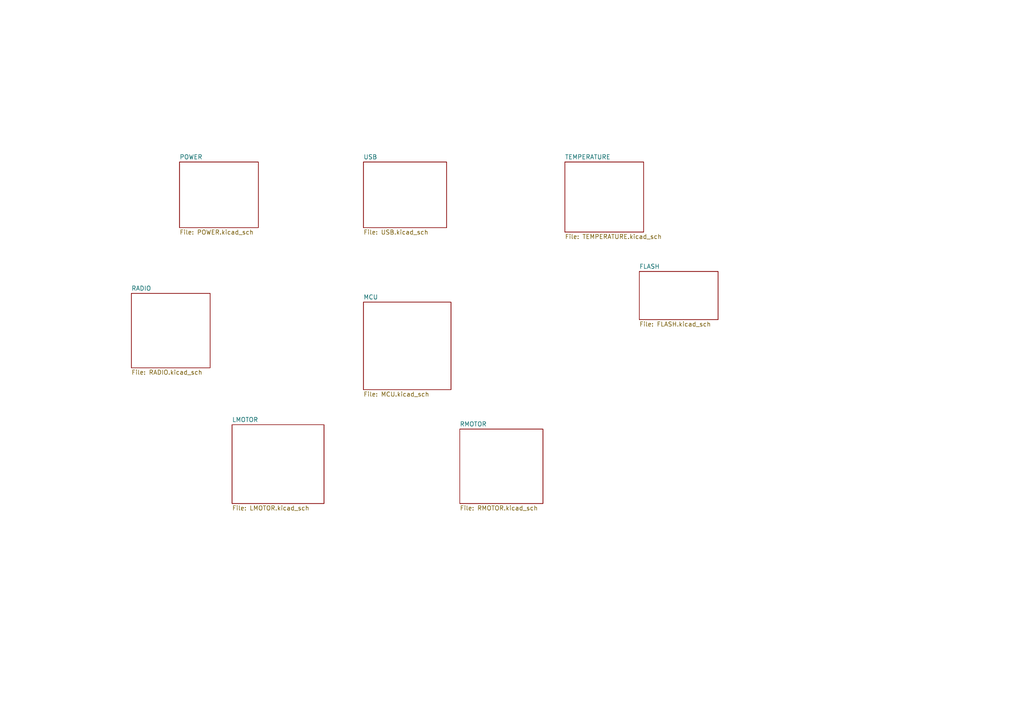
<source format=kicad_sch>
(kicad_sch (version 20211123) (generator eeschema)
  (paper "A4")
  (lib_symbols)
  (sheet (at 185.42 78.74) (size 22.86 13.97) (stroke (width 0.1524))
    (property "Sheet name" "FLASH" (at 185.42 78.0284 0) (effects (justify left bottom)))
    (property "Sheet file" "FLASH.kicad_sch" (at 185.42 93.2946 0) (effects (justify left top)))
  )
  (sheet (at 67.31 123.19) (size 26.67 22.86) (stroke (width 0.1524))
    (property "Sheet name" "LMOTOR" (at 67.31 122.4784 0) (effects (justify left bottom)))
    (property "Sheet file" "LMOTOR.kicad_sch" (at 67.31 146.6346 0) (effects (justify left top)))
  )
  (sheet (at 133.35 124.46) (size 24.13 21.59) (stroke (width 0.1524))
    (property "Sheet name" "RMOTOR" (at 133.35 123.7484 0) (effects (justify left bottom)))
    (property "Sheet file" "RMOTOR.kicad_sch" (at 133.35 146.6346 0) (effects (justify left top)))
  )
  (sheet (at 38.1 85.09) (size 22.86 21.59) (stroke (width 0.1524))
    (property "Sheet name" "RADIO" (at 38.1 84.3784 0) (effects (justify left bottom)))
    (property "Sheet file" "RADIO.kicad_sch" (at 38.1 107.2646 0) (effects (justify left top)))
  )
  (sheet (at 105.41 87.63) (size 25.4 25.4) (stroke (width 0.1524))
    (property "Sheet name" "MCU" (at 105.41 86.9184 0) (effects (justify left bottom)))
    (property "Sheet file" "MCU.kicad_sch" (at 105.41 113.6146 0) (effects (justify left top)))
  )
  (sheet (at 163.83 46.99) (size 22.86 20.32) (stroke (width 0.1524))
    (property "Sheet name" "TEMPERATURE" (at 163.83 46.2784 0) (effects (justify left bottom)))
    (property "Sheet file" "TEMPERATURE.kicad_sch" (at 163.83 67.8946 0) (effects (justify left top)))
  )
  (sheet (at 52.07 46.99) (size 22.86 19.05) (stroke (width 0.1524))
    (property "Sheet name" "POWER" (at 52.07 46.2784 0) (effects (justify left bottom)))
    (property "Sheet file" "POWER.kicad_sch" (at 52.07 66.6246 0) (effects (justify left top)))
  )
  (sheet (at 105.41 46.99) (size 24.13 19.05) (stroke (width 0.1524))
    (property "Sheet name" "USB" (at 105.41 46.2784 0) (effects (justify left bottom)))
    (property "Sheet file" "USB.kicad_sch" (at 105.41 66.6246 0) (effects (justify left top)))
  )
)
</source>
